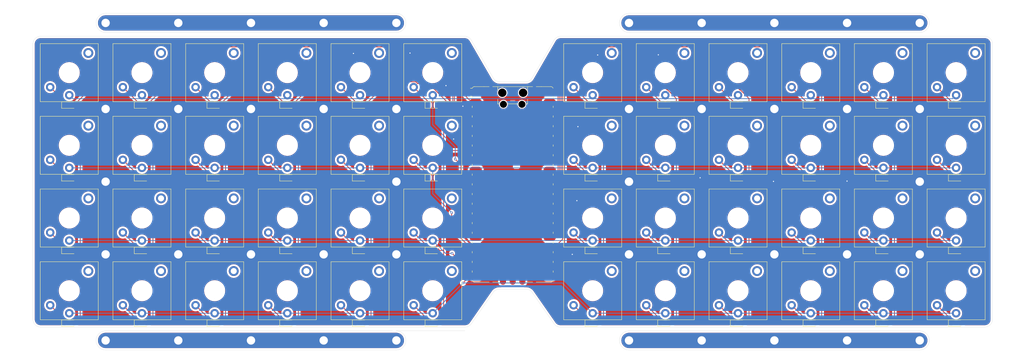
<source format=kicad_pcb>
(kicad_pcb (version 20241229) (generator "pcbnew") (generator_version "9.0")
  (layers (0 "F.Cu" signal) (2 "B.Cu" signal) (13 "F.Paste" user) (15 "B.Paste" user) (5 "F.SilkS" user "F.Silkscreen") (7 "B.SilkS" user "B.Silkscreen") (1 "F.Mask" user) (3 "B.Mask" user) (25 "Edge.Cuts" user))
  (net 0 "")
  (net 1 "Net-(D1-K)")
  (net 2 "Col1")
  (net 3 "Col2")
  (net 4 "Net-(D2-K)")
  (net 5 "Net-(D3-K)")
  (net 6 "Col3")
  (net 7 "Col4")
  (net 8 "Net-(D4-K)")
  (net 9 "Net-(D5-K)")
  (net 10 "Col5")
  (net 11 "Net-(D6-K)")
  (net 12 "Col6")
  (net 13 "Col7")
  (net 14 "Net-(D7-K)")
  (net 15 "Net-(D8-K)")
  (net 16 "Col8")
  (net 17 "Col9")
  (net 18 "Net-(D9-K)")
  (net 19 "Col10")
  (net 20 "Net-(D10-K)")
  (net 21 "Net-(D11-K)")
  (net 22 "Col11")
  (net 23 "Net-(D12-K)")
  (net 24 "Col12")
  (net 25 "Net-(D13-K)")
  (net 26 "Net-(D14-K)")
  (net 27 "Net-(D15-K)")
  (net 28 "Net-(D16-K)")
  (net 29 "Net-(D17-K)")
  (net 30 "Net-(D18-K)")
  (net 31 "Net-(D19-K)")
  (net 32 "Net-(D20-K)")
  (net 33 "Net-(D21-K)")
  (net 34 "Net-(D22-K)")
  (net 35 "Net-(D23-K)")
  (net 36 "Net-(D24-K)")
  (net 37 "Net-(D25-K)")
  (net 38 "Net-(D26-K)")
  (net 39 "Net-(D27-K)")
  (net 40 "Net-(D28-K)")
  (net 41 "Net-(D29-K)")
  (net 42 "Net-(D30-K)")
  (net 43 "Net-(D31-K)")
  (net 44 "Net-(D32-K)")
  (net 45 "Net-(D33-K)")
  (net 46 "Net-(D34-K)")
  (net 47 "Net-(D35-K)")
  (net 48 "Net-(D36-K)")
  (net 49 "Net-(D37-K)")
  (net 50 "Net-(D38-K)")
  (net 51 "Net-(D39-K)")
  (net 52 "Net-(D40-K)")
  (net 53 "Net-(D41-K)")
  (net 54 "Net-(D42-K)")
  (net 55 "Net-(D43-K)")
  (net 56 "Net-(D44-K)")
  (net 57 "Net-(D45-K)")
  (net 58 "Net-(D46-K)")
  (net 59 "Net-(D47-K)")
  (net 60 "Net-(D48-K)")
  (net 61 "Row1")
  (net 62 "Row2")
  (net 63 "Row3")
  (net 64 "Row4")
  (net 65 "GND")
  (footprint "PCM_Switch_Keyboard_Kailh:SW_Kailh_Choc_V2" (layer "F.Cu") (at 38.1 76.2 180)
    (property "Reference" "SW25" (hide yes))
    (property "Value" "SW_Push")
  )
  (footprint "MountingHole:MountingHole_2.2mm_M2_DIN965_Pad" (layer "F.Cu") (at 123.825 47.625)
    (property "Reference" "H2" (hide yes))
    (property "Value" "MountingHole_Pad")
  )
  (footprint "MountingHole:MountingHole_2.2mm_M2_DIN965_Pad" (layer "F.Cu") (at 260.985 66.675)
    (property "Reference" "H10" (hide yes))
    (property "Value" "MountingHole_Pad")
  )
  (footprint "PCM_Switch_Keyboard_Kailh:SW_Kailh_Choc_V2" (layer "F.Cu") (at 95.25 57.15 180)
    (property "Reference" "SW16" (hide yes))
    (property "Value" "SW_Push")
  )
  (footprint "Diode_SMD:D_SOD-323_HandSoldering" (layer "F.Cu") (at 175.26 84.7)
    (property "Reference" "D31" (hide yes))
    (property "Value" "1N4148WS")
  )
  (footprint "PCM_Switch_Keyboard_Kailh:SW_Kailh_Choc_V2" (layer "F.Cu") (at 114.3 38.1 180)
    (property "Reference" "SW5" (hide yes))
    (property "Value" "SW_Push")
  )
  (footprint "Diode_SMD:D_SOD-323_HandSoldering" (layer "F.Cu") (at 213.36 84.7)
    (property "Reference" "D33" (hide yes))
    (property "Value" "1N4148WS")
  )
  (footprint "PCM_Switch_Keyboard_Kailh:SW_Kailh_Choc_V2" (layer "F.Cu") (at 175.26 76.2 180)
    (property "Reference" "SW31" (hide yes))
    (property "Value" "SW_Push")
  )
  (footprint "PCM_Switch_Keyboard_Kailh:SW_Kailh_Choc_V2" (layer "F.Cu") (at 133.35 38.1 180)
    (property "Reference" "SW6" (hide yes))
    (property "Value" "SW_Push")
  )
  (footprint "Diode_SMD:D_SOD-323_HandSoldering" (layer "F.Cu") (at 76.2 84.7)
    (property "Reference" "D27" (hide yes))
    (property "Value" "1N4148WS")
  )
  (footprint "Diode_SMD:D_SOD-323_HandSoldering" (layer "F.Cu") (at 95.25 46.6)
    (property "Reference" "D4" (hide yes))
    (property "Value" "1N4148WS")
  )
  (footprint "PCM_Switch_Keyboard_Kailh:SW_Kailh_Choc_V2" (layer "F.Cu") (at 114.3 95.25 180)
    (property "Reference" "SW41" (hide yes))
    (property "Value" "SW_Push")
  )
  (footprint "MountingHole:MountingHole_2.2mm_M2_DIN965_Pad" (layer "F.Cu") (at 222.885 47.625)
    (property "Reference" "H20" (hide yes))
    (property "Value" "MountingHole_Pad")
  )
  (footprint "Diode_SMD:D_SOD-323_HandSoldering" (layer "F.Cu") (at 38.1 84.7)
    (property "Reference" "D25" (hide yes))
    (property "Value" "1N4148WS")
  )
  (footprint "PCM_Switch_Keyboard_Kailh:SW_Kailh_Choc_V2" (layer "F.Cu") (at 194.31 38.1 180)
    (property "Reference" "SW8" (hide yes))
    (property "Value" "SW_Push")
  )
  (footprint "Diode_SMD:D_SOD-323_HandSoldering" (layer "F.Cu") (at 57.15 65.65)
    (property "Reference" "D14" (hide yes))
    (property "Value" "1N4148WS")
  )
  (footprint "PCM_Switch_Keyboard_Kailh:SW_Kailh_Choc_V2" (layer "F.Cu") (at 232.41 95.25 180)
    (property "Reference" "SW46" (hide yes))
    (property "Value" "SW_Push")
  )
  (footprint "Diode_SMD:D_SOD-323_HandSoldering" (layer "F.Cu") (at 213.36 65.65)
    (property "Reference" "D21" (hide yes))
    (property "Value" "1N4148WS")
  )
  (footprint "PCM_Switch_Keyboard_Kailh:SW_Kailh_Choc_V2" (layer "F.Cu") (at 194.31 76.2 180)
    (property "Reference" "SW32" (hide yes))
    (property "Value" "SW_Push")
  )
  (footprint "Diode_SMD:D_SOD-323_HandSoldering" (layer "F.Cu") (at 232.41 103.75)
    (property "Reference" "D46" (hide yes))
    (property "Value" "1N4148WS")
  )
  (footprint "Diode_SMD:D_SOD-323_HandSoldering" (layer "F.Cu") (at 57.15 103.75)
    (property "Reference" "D38" (hide yes))
    (property "Value" "1N4148WS")
  )
  (footprint "PCM_Switch_Keyboard_Kailh:SW_Kailh_Choc_V2" (layer "F.Cu") (at 95.25 76.2 180)
    (property "Reference" "SW28" (hide yes))
    (property "Value" "SW_Push")
  )
  (footprint "Diode_SMD:D_SOD-323_HandSoldering" (layer "F.Cu") (at 194.31 65.65)
    (property "Reference" "D20" (hide yes))
    (property "Value" "1N4148WS")
  )
  (footprint "PCM_Switch_Keyboard_Kailh:SW_Kailh_Choc_V2" (layer "F.Cu") (at 232.41 38.1 180)
    (property "Reference" "SW10" (hide yes))
    (property "Value" "SW_Push")
  )
  (footprint "PCM_Switch_Keyboard_Kailh:SW_Kailh_Choc_V2" (layer "F.Cu") (at 251.46 76.2 180)
    (property "Reference" "SW35" (hide yes))
    (property "Value" "SW_Push")
  )
  (footprint "Diode_SMD:D_SOD-323_HandSoldering" (layer "F.Cu") (at 270.51 46.6)
    (property "Reference" "D12" (hide yes))
    (property "Value" "1N4148WS")
  )
  (footprint "MountingHole:MountingHole_2.2mm_M2_DIN965_Pad" (layer "F.Cu") (at 203.835 85.725)
    (property "Reference" "H22" (hide yes))
    (property "Value" "MountingHole_Pad")
  )
  (footprint "Diode_SMD:D_SOD-323_HandSoldering" (layer "F.Cu") (at 270.51 84.7)
    (property "Reference" "D36" (hide yes))
    (property "Value" "1N4148WS")
  )
  (footprint "MountingHole:MountingHole_2.2mm_M2_DIN965_Pad" (layer "F.Cu") (at 66.675 108.28)
    (property "Reference" "H36" (hide yes))
    (property "Value" "MountingHole_Pad")
  )
  (footprint "Diode_SMD:D_SOD-323_HandSoldering" (layer "F.Cu") (at 95.25 84.7)
    (property "Reference" "D28" (hide yes))
    (property "Value" "1N4148WS")
  )
  (footprint "PCM_Switch_Keyboard_Kailh:SW_Kailh_Choc_V2" (layer "F.Cu") (at 133.35 76.2 180)
    (property "Reference" "SW30" (hide yes))
    (property "Value" "SW_Push")
  )
  (footprint "Diode_SMD:D_SOD-323_HandSoldering" (layer "F.Cu") (at 175.26 65.65)
    (property "Reference" "D19" (hide yes))
    (property "Value" "1N4148WS")
  )
  (footprint "PCM_Switch_Keyboard_Kailh:SW_Kailh_Choc_V2" (layer "F.Cu") (at 76.2 95.25 180)
    (property "Reference" "SW39" (hide yes))
    (property "Value" "SW_Push")
  )
  (footprint "Diode_SMD:D_SOD-323_HandSoldering" (layer "F.Cu") (at 251.46 46.6)
    (property "Reference" "D11" (hide yes))
    (property "Value" "1N4148WS")
  )
  (footprint "Diode_SMD:D_SOD-323_HandSoldering" (layer "F.Cu") (at 175.26 103.75)
    (property "Reference" "D43" (hide yes))
    (property "Value" "1N4148WS")
  )
  (footprint "MountingHole:MountingHole_2.2mm_M2_DIN965_Pad" (layer "F.Cu") (at 241.935 47.625)
    (property "Reference" "H21" (hide yes))
    (property "Value" "MountingHole_Pad")
  )
  (footprint "Diode_SMD:D_SOD-323_HandSoldering" (layer "F.Cu") (at 114.3 103.75)
    (property "Reference" "D41" (hide yes))
    (property "Value" "1N4148WS")
  )
  (footprint "Diode_SMD:D_SOD-323_HandSoldering" (layer "F.Cu") (at 57.15 84.7)
    (property "Reference" "D26" (hide yes))
    (property "Value" "1N4148WS")
  )
  (footprint "Diode_SMD:D_SOD-323_HandSoldering" (layer "F.Cu") (at 95.25 103.75)
    (property "Reference" "D40" (hide yes))
    (property "Value" "1N4148WS")
  )
  (footprint "MountingHole:MountingHole_2.2mm_M2_DIN965_Pad" (layer "F.Cu") (at 66.675 25.075)
    (property "Reference" "H26" (hide yes))
    (property "Value" "MountingHole_Pad")
  )
  (footprint "MountingHole:MountingHole_2.2mm_M2_DIN965_Pad" (layer "F.Cu") (at 241.935 108.28)
    (property "Reference" "H43" (hide yes))
    (property "Value" "MountingHole_Pad")
  )
  (footprint "PCM_Switch_Keyboard_Kailh:SW_Kailh_Choc_V2" (layer "F.Cu") (at 76.2 76.2 180)
    (property "Reference" "SW27" (hide yes))
    (property "Value" "SW_Push")
  )
  (footprint "Diode_SMD:D_SOD-323_HandSoldering" (layer "F.Cu") (at 38.1 103.75)
    (property "Reference" "D37" (hide yes))
    (property "Value" "1N4148WS")
  )
  (footprint "MountingHole:MountingHole_2.2mm_M2_DIN965_Pad" (layer "F.Cu") (at 85.725 108.28)
    (property "Reference" "H37" (hide yes))
    (property "Value" "MountingHole_Pad")
  )
  (footprint "Diode_SMD:D_SOD-323_HandSoldering" (layer "F.Cu") (at 133.35 103.75)
    (property "Reference" "D42" (hide yes))
    (property "Value" "1N4148WS")
  )
  (footprint "MountingHole:MountingHole_2.2mm_M2_DIN965_Pad" (layer "F.Cu") (at 104.775 85.725)
    (property "Reference" "H18" (hide yes))
    (property "Value" "MountingHole_Pad")
  )
  (footprint "MountingHole:MountingHole_2.2mm_M2_DIN965_Pad" (layer "F.Cu") (at 184.785 66.675)
    (property "Reference" "H9" (hide yes))
    (property "Value" "MountingHole_Pad")
  )
  (footprint "PCM_Switch_Keyboard_Kailh:SW_Kailh_Choc_V2" (layer "F.Cu") (at 270.51 76.2 180)
    (property "Reference" "SW36" (hide yes))
    (property "Value" "SW_Push")
  )
  (footprint "PCM_Switch_Keyboard_Kailh:SW_Kailh_Choc_V2" (layer "F.Cu") (at 213.36 76.2 180)
    (property "Reference" "SW33" (hide yes))
    (property "Value" "SW_Push")
  )
  (footprint "MountingHole:MountingHole_2.2mm_M2_DIN965_Pad" (layer "F.Cu") (at 260.985 85.725)
    (property "Reference" "H12" (hide yes))
    (property "Value" "MountingHole_Pad")
  )
  (footprint "PCM_Switch_Keyboard_Kailh:SW_Kailh_Choc_V2" (layer "F.Cu") (at 95.25 38.1 180)
    (property "Reference" "SW4" (hide yes))
    (property "Value" "SW_Push")
  )
  (footprint "MountingHole:MountingHole_2.2mm_M2_DIN965_Pad" (layer "F.Cu") (at 47.625 66.675)
    (property "Reference" "H3" (hide yes))
    (property "Value" "MountingHole_Pad")
  )
  (footprint "PCM_Switch_Keyboard_Kailh:SW_Kailh_Choc_V2" (layer "F.Cu") (at 57.15 57.15 180)
    (property "Reference" "SW14" (hide yes))
    (property "Value" "SW_Push")
  )
  (footprint "MountingHole:MountingHole_2.2mm_M2_DIN965_Pad" (layer "F.Cu") (at 260.985 47.625)
    (property "Reference" "H8" (hide yes))
    (property "Value" "MountingHole_Pad")
  )
  (footprint "MountingHole:MountingHole_2.2mm_M2_DIN965_Pad" (layer "F.Cu") (at 184.785 108.28)
    (property "Reference" "H40" (hide yes))
    (property "Value" "MountingHole_Pad")
  )
  (footprint "MountingHole:MountingHole_2.2mm_M2_DIN965_Pad" (layer "F.Cu") (at 203.835 47.625)
    (property "Reference" "H19" (hide yes))
    (property "Value" "MountingHole_Pad")
  )
  (footprint "MountingHole:MountingHole_2.2mm_M2_DIN965_Pad" (layer "F.Cu") (at 47.625 108.28)
    (property "Reference" "H35" (hide yes))
    (property "Value" "MountingHole_Pad")
  )
  (footprint "PCM_Switch_Keyboard_Kailh:SW_Kailh_Choc_V2" (layer "F.Cu") (at 251.46 57.15 180)
    (property "Reference" "SW23" (hide yes))
    (property "Value" "SW_Push")
  )
  (footprint "PCM_Switch_Keyboard_Kailh:SW_Kailh_Choc_V2" (layer "F.Cu") (at 38.1 57.15 180)
    (property "Reference" "SW13" (hide yes))
    (property "Value" "SW_Push")
  )
  (footprint "Diode_SMD:D_SOD-323_HandSoldering" (layer "F.Cu") (at 175.26 46.6)
    (property "Reference" "D7" (hide yes))
    (property "Value" "1N4148WS")
  )
  (footprint "PCM_Switch_Keyboard_Kailh:SW_Kailh_Choc_V2" (layer "F.Cu") (at 251.46 38.1 180)
    (property "Reference" "SW11" (hide yes))
    (property "Value" "SW_Push")
  )
  (footprint "Diode_SMD:D_SOD-323_HandSoldering" (layer "F.Cu") (at 76.2 46.6)
    (property "Reference" "D3" (hide yes))
    (property "Value" "1N4148WS")
  )
  (footprint "MountingHole:MountingHole_2.2mm_M2_DIN965_Pad" (layer "F.Cu") (at 104.775 47.625)
    (property "Reference" "H15" (hide yes))
    (property "Value" "MountingHole_Pad")
  )
  (footprint "Diode_SMD:D_SOD-323_HandSoldering" (layer "F.Cu") (at 133.35 84.7)
    (property "Reference" "D30" (hide yes))
    (property "Value" "1N4148WS")
  )
  (footprint "PCM_Switch_Keyboard_Kailh:SW_Kailh_Choc_V2" (layer "F.Cu") (at 213.36 38.1 180)
    (property "Reference" "SW9" (hide yes))
    (property "Value" "SW_Push")
  )
  (footprint "MountingHole:MountingHole_2.2mm_M2_DIN965_Pad" (layer "F.Cu") (at 123.825 108.28)
    (property "Reference" "H39" (hide yes))
    (property "Value" "MountingHole_Pad")
  )
  (footprint "Diode_SMD:D_SOD-323_HandSoldering" (layer "F.Cu") (at 76.2 103.75)
    (property "Reference" "D39" (hide yes))
    (property "Value" "1N4148WS")
  )
  (footprint "MountingHole:MountingHole_2.2mm_M2_DIN965_Pad" (layer "F.Cu") (at 47.625 25.075)
    (property "Reference" "H25" (hide yes))
    (property "Value" "MountingHole_Pad")
  )
  (footprint "Diode_SMD:D_SOD-323_HandSoldering" (layer "F.Cu") (at 194.31 84.7)
    (property "Reference" "D32" (hide yes))
    (property "Value" "1N4148WS")
  )
  (footprint "MountingHole:MountingHole_2.2mm_M2_DIN965_Pad" (layer "F.Cu") (at 184.785 85.725)
    (property "Reference" "H11" (hide yes))
    (property "Value" "MountingHole_Pad")
  )
  (footprint "Diode_SMD:D_SOD-323_HandSoldering" (layer "F.Cu") (at 38.1 65.65)
    (property "Reference" "D13" (hide yes))
    (property "Value" "1N4148WS")
  )
  (footprint "Diode_SMD:D_SOD-323_HandSoldering" (layer "F.Cu") (at 251.46 65.65)
    (property "Reference" "D23" (hide yes))
    (property "Value" "1N4148WS")
  )
  (footprint "MountingHole:MountingHole_2.2mm_M2_DIN965_Pad" (layer "F.Cu") (at 222.885 85.725)
    (property "Reference" "H23" (hide yes))
    (property "Value" "MountingHole_Pad")
  )
  (footprint "PCM_Switch_Keyboard_Kailh:SW_Kailh_Choc_V2" (layer "F.Cu") (at 270.51 38.1 180)
    (property "Reference" "SW12" (hide yes))
    (property "Value" "SW_Push")
  )
  (footprint "PCM_Switch_Keyboard_Kailh:SW_Kailh_Choc_V2" (layer "F.Cu") (at 76.2 38.1 180)
    (property "Reference" "SW3" (hide yes))
    (property "Value" "SW_Push")
  )
  (footprint "MountingHole:MountingHole_2.2mm_M2_DIN965_Pad" (layer "F.Cu") (at 123.825 25.075)
    (property "Reference" "H29" (hide yes))
    (property "Value" "MountingHole_Pad")
  )
  (footprint "MountingHole:MountingHole_2.2mm_M2_DIN965_Pad" (layer "F.Cu") (at 184.785 47.625)
    (property "Reference" "H7" (hide yes))
    (property "Value" "MountingHole_Pad")
  )
  (footprint "PCM_Switch_Keyboard_Kailh:SW_Kailh_Choc_V2" (layer "F.Cu") (at 114.3 57.15 180)
    (property "Reference" "SW17" (hide yes))
    (property "Value" "SW_Push")
  )
  (footprint "Diode_SMD:D_SOD-323_HandSoldering" (layer "F.Cu") (at 270.51 65.65)
    (property "Reference" "D24" (hide yes))
    (property "Value" "1N4148WS")
  )
  (footprint "MountingHole:MountingHole_2.2mm_M2_DIN965_Pad" (layer "F.Cu") (at 241.935 25.08)
    (property "Reference" "H33" (hide yes))
    (property "Value" "MountingHole_Pad")
  )
  (footprint "PCM_Switch_Keyboard_Kailh:SW_Kailh_Choc_V2" (layer "F.Cu") (at 213.36 57.15 180)
    (property "Reference" "SW21" (hide yes))
    (property "Value" "SW_Push")
  )
  (footprint "Diode_SMD:D_SOD-323_HandSoldering" (layer "F.Cu") (at 114.3 65.65)
    (property "Reference" "D17" (hide yes))
    (property "Value" "1N4148WS")
  )
  (footprint "Diode_SMD:D_SOD-323_HandSoldering" (layer "F.Cu") (at 213.36 46.6)
    (property "Reference" "D9" (hide yes))
    (property "Value" "1N4148WS")
  )
  (footprint "Diode_SMD:D_SOD-323_HandSoldering" (layer "F.Cu") (at 38.1 46.6)
    (property "Reference" "D1" (hide yes))
    (property "Value" "1N4148WS")
  )
  (footprint "PCM_Switch_Keyboard_Kailh:SW_Kailh_Choc_V2" (layer "F.Cu") (at 270.51 95.25 180)
    (property "Reference" "SW48" (hide yes))
    (property "Value" "SW_Push")
  )
  (footprint "Module:RaspberryPi_Pico_SMD_HandSolder" (layer "F.Cu") (at 154.305 67.375)
    (property "Reference" "A1" (hide yes))
    (property "Value" "RaspberryPi_Pico")
  )
  (footprint "PCM_Switch_Keyboard_Kailh:SW_Kailh_Choc_V2" (layer "F.Cu") (at 38.1 38.1 180)
    (property "Reference" "SW1" (hide yes))
    (property "Value" "SW_Push")
  )
  (footprint "PCM_Switch_Keyboard_Kailh:SW_Kailh_Choc_V2" (layer "F.Cu") (at 175.26 57.15 180)
    (property "Reference" "SW19" (hide yes))
    (property "Value" "SW_Push")
  )
  (footprint "PCM_Switch_Keyboard_Kailh:SW_Kailh_Choc_V2" (layer "F.Cu") (at 95.25 95.25 180)
    (property "Reference" "SW40" (hide yes))
    (property "Value" "SW_Push")
  )
  (footprint "MountingHole:MountingHole_2.2mm_M2_DIN965_Pad" (layer "F.Cu") (at 222.885 108.28)
    (property "Reference" "H42" (hide yes))
    (property "Value" "MountingHole_Pad")
  )
  (footprint "Diode_SMD:D_SOD-323_HandSoldering" (layer "F.Cu") (at 232.41 84.7)
    (property "Reference" "D34" (hide yes))
    (property "Value" "1N4148WS")
  )
  (footprint "PCM_Switch_Keyboard_Kailh:SW_Kailh_Choc_V2" (layer "F.Cu") (at 38.1 95.25 180)
    (property "Reference" "SW37" (hide yes))
    (property "Value" "SW_Push")
  )
  (footprint "PCM_Switch_Keyboard_Kailh:SW_Kailh_Choc_V2" (layer "F.Cu") (at 251.46 95.25 180)
    (property "Reference" "SW47" (hide yes))
    (property "Value" "SW_Push")
  )
  (footprint "MountingHole:MountingHole_2.2mm_M2_DIN965_Pad" (layer "F.Cu") (at 260.985 108.28)
    (property "Reference" "H44" (hide yes))
    (property "Value" "MountingHole_Pad")
  )
  (footprint "PCM_Switch_Keyboard_Kailh:SW_Kailh_Choc_V2" (layer "F.Cu") (at 133.35 57.15 180)
    (property "Reference" "SW18" (hide yes))
    (property "Value" "SW_Push")
  )
  (footprint "Diode_SMD:D_SOD-323_HandSoldering" (layer "F.Cu") (at 213.36 103.75)
    (property "Reference" "D45" (hide yes))
    (property "Value" "1N4148WS")
  )
  (footprint "Diode_SMD:D_SOD-323_HandSoldering" (layer "F.Cu") (at 133.35 46.6)
    (property "Reference" "D6" (hide yes))
    (property "Value" "1N4148WS")
  )
  (footprint "PCM_Switch_Keyboard_Kailh:SW_Kailh_Choc_V2" (layer "F.Cu") (at 57.15 38.1 180)
    (property "Reference" "SW2" (hide yes))
    (property "Value" "SW_Push")
  )
  (footprint "Diode_SMD:D_SOD-323_HandSoldering" (layer "F.Cu") (at 232.41 65.65)
    (property "Reference" "D22" (hide yes))
    (property "Value" "1N4148WS")
  )
  (footprint "PCM_Switch_Keyboard_Kailh:SW_Kailh_Choc_V2" (layer "F.Cu") (at 175.26 38.1 180)
    (property "Reference" "SW7" (hide yes))
    (property "Value" "SW_Push")
  )
  (footprint "Diode_SMD:D_SOD-323_HandSoldering" (layer "F.Cu") (at 270.51 103.75)
    (property "Reference" "D48" (hide yes))
    (property "Value" "1N4148WS")
  )
  (footprint "MountingHole:MountingHole_2.2mm_M2_DIN965_Pad" (layer "F.Cu") (at 104.775 108.28)
    (property "Reference" "H38" (hide yes))
    (property "Value" "MountingHole_Pad")
  )
  (footprint "PCM_Switch_Keyboard_Kailh:SW_Kailh_Choc_V2" (layer "F.Cu") (at 57.15 76.2 180)
    (property "Reference" "SW26" (hide yes))
    (property "Value" "SW_Push")
  )
  (footprint "Diode_SMD:D_SOD-323_HandSoldering" (layer "F.Cu") (at 114.3 84.7)
    (property "Reference" "D29" (hide yes))
    (property "Value" "1N4148WS")
  )
  (footprint "MountingHole:MountingHole_2.2mm_M2_DIN965_Pad" (layer "F.Cu") (at 66.675 47.625)
    (property "Reference" "H13" (hide yes))
    (property "Value" "MountingHole_Pad")
  )
  (footprint "PCM_Switch_Keyboard_Kailh:SW_Kailh_Choc_V2" (layer "F.Cu") (at 194.31 57.15 180)
    (property "Reference" "SW20" (hide yes))
    (property "Value" "SW_Push")
  )
  (footprint "Diode_SMD:D_SOD-323_HandSoldering" (layer "F.Cu") (at 57.15 46.6)
    (property "Reference" "D2" (hide yes))
    (property "Value" "1N4148WS")
  )
  (footprint "MountingHole:MountingHole_2.2mm_M2_DIN965_Pad" (layer "F.Cu") (at 123.825 66.675)
    (property "Reference" "H4" (hide yes))
    (property "Value" "MountingHole_Pad")
  )
  (footprint "PCM_Switch_Keyboard_Kailh:SW_Kailh_Choc_V2" (layer "F.Cu") (at 270.51 57.15 180)
    (property "Reference" "SW24" (hide yes))
    (property "Value" "SW_Push")
  )
  (footprint "Diode_SMD:D_SOD-323_HandSoldering" (layer "F.Cu") (at 114.3 46.6)
    (property "Reference" "D5" (hide yes))
    (property "Value" "1N4148WS")
  )
  (footprint "Diode_SMD:D_SOD-323_HandSoldering" (layer "F.Cu") (at 232.41 46.6)
    (property "Reference" "D10" (hide yes))
    (property "Value" "1N4148WS")
  )
  (footprint "Diode_SMD:D_SOD-323_HandSoldering" (layer "F.Cu") (at 251.46 103.75)
    (property "Reference" "D47" (hide yes))
    (property "Value" "1N4148WS")
  )
  (footprint "MountingHole:MountingHole_2.2mm_M2_DIN965_Pad" (layer "F.Cu") (at 260.985 25.08)
    (property "Reference" "H34" (hide yes))
    (property "Value" "MountingHole_Pad")
  )
  (footprint "Diode_SMD:D_SOD-323_HandSoldering" (layer "F.Cu") (at 76.2 65.65)
    (property "Reference" "D15" (hide yes))
    (property "Value" "1N4148WS")
  )
  (footprint "Diode_SMD:D_SOD-323_HandSoldering" (layer "F.Cu") (at 194.31 103.75)
    (property "Reference" "D44" (hide yes))
    (property "Value" "1N4148WS")
  )
  (footprint "MountingHole:MountingHole_2.2mm_M2_DIN965_Pad" (layer "F.Cu") (at 104.775 25.075)
    (property "Reference" "H28" (hide yes))
    (property "Value" "MountingHole_Pad")
  )
  (footprint "PCM_Switch_Keyboard_Kailh:SW_Kailh_Choc_V2" (layer "F.Cu") (at 76.2 57.15 180)
    (property "Reference" "SW15" (hide yes))
    (property "Value" "SW_Push")
  )
  (footprint "PCM_Switch_Keyboard_Kailh:SW_Kailh_Choc_V2" (layer "F.Cu") (at 232.41 57.15 180)
    (property "Reference" "SW22" (hide yes))
    (property "Value" "SW_Push")
  )
  (footprint "Diode_SMD:D_SOD-323_HandSoldering" (layer "F.Cu") (at 95.25 65.65)
    (property "Reference" "D16" (hide yes))
    (property "Value" "1N4148WS")
  )
  (footprint "MountingHole:MountingHole_2.2mm_M2_DIN965_Pad" (layer "F.Cu") (at 47.625 47.625)
    (property "Reference" "H1" (hide yes))
    (property "Value" "MountingHole_Pad")
  )
  (footprint "Diode_SMD:D_SOD-323_HandSoldering" (layer "F.Cu") (at 251.46 84.7)
    (property "Reference" "D35" (hide yes))
    (property "Value" "1N4148WS")
  )
  (footprint "PCM_Switch_Keyboard_Kailh:SW_Kailh_Choc_V2" (layer "F.Cu") (at 175.26 95.25 180)
    (property "Reference" "SW43" (hide yes))
    (property "Value" "SW_Push")
  )
  (footprint "MountingHole:MountingHole_2.2mm_M2_DIN965_Pad" (layer "F.Cu") (at 222.885 25.08)
    (property "Reference" "H32" (hide yes))
    (property "Value" "MountingHole_Pad")
  )
  (footprint "MountingHole:MountingHole_2.2mm_M2_DIN965_Pad" (layer "F.Cu") (at 85.725 47.625)
    (property "Reference" "H14" (hide yes))
    (property "Value" "MountingHole_Pad")
  )
  (footprint "PCM_Switch_Keyboard_Kailh:SW_Kailh_Choc_V2" (layer "F.Cu") (at 232.41 76.2 180)
    (property "Reference" "SW34" (hide yes))
    (property "Value" "SW_Push")
  )
  (footprint "MountingHole:MountingHole_2.2mm_M2_DIN965_Pad" (layer "F.Cu") (at 85.725 85.725)
    (property "Reference" "H17" (hide yes))
    (property "Value" "MountingHole_Pad")
  )
  (footprint "MountingHole:MountingHole_2.2mm_M2_DIN965_Pad" (layer "F.Cu") (at 184.785 25.08)
    (property "Reference" "H30" (hide yes))
    (property "Value" "MountingHole_Pad")
  )
  (footprint "MountingHole:MountingHole_2.2mm_M2_DIN965_Pad" (layer "F.Cu") (at 47.625 85.725)
    (property "Reference" "H5" (hide yes))
    (property "Value" "MountingHole_Pad")
  )
  (footprint "MountingHole:MountingHole_2.2mm_M2_DIN965_Pad" (layer "F.Cu") (at 241.935 85.725)
    (property "Reference" "H24" (hide yes))
    (property "Value" "MountingHole_Pad")
  )
  (footprint "MountingHole:MountingHole_2.2mm_M2_DIN965_Pad" (layer "F.Cu") (at 66.675 85.725)
    (property "Reference" "H16" (hide yes))
    (property "Value" "MountingHole_Pad")
  )
  (footprint "MountingHole:MountingHole_2.2mm_M2_DIN965_Pad" (layer "F.Cu") (at 203.835 25.08)
    (property "Reference" "H31" (hide yes))
    (property "Value" "MountingHole_Pad")
  )
  (footprint "Diode_SMD:D_SOD-323_HandSoldering" (layer "F.Cu") (at 133.35 65.65)
    (property "Reference" "D18" (hide yes))
    (property "Value" "1N4148WS")
  )
  (footprint "MountingHole:MountingHole_2.2mm_M2_DIN965_Pad" (layer "F.Cu") (at 85.725 25.075)
    (property "Reference" "H27" (hide yes))
    (property "Value" "MountingHole_Pad")
  )
  (footprint "Diode_SMD:D_SOD-323_HandSoldering" (layer "F.Cu") (at 194.31 46.6)
    (property "Reference" "D8" (hide yes))
    (property "Value" "1N4148WS")
  )
  (footprint "PCM_Switch_Keyboard_Kailh:SW_Kailh_Choc_V2" (layer "F.Cu") (at 57.15 95.25 180)
    (property "Reference" "SW38" (hide yes))
    (property "Value" "SW_Push")
  )
  (footprint "PCM_Switch_Keyboard_Kailh:SW_Kailh_Choc_V2" (layer "F.Cu") (at 114.3 76.2 180)
    (property "Reference" "SW29" (hide yes))
    (property "Value" "SW_Push")
  )
  (footprint "MountingHole:MountingHole_2.2mm_M2_DIN965_Pad" (layer "F.Cu") (at 123.825 85.725)
    (property "Reference" "H6" (hide yes))
    (property "Value" "MountingHole_Pad")
  )
  (footprint "PCM_Switch_Keyboard_Kailh:SW_Kailh_Choc_V2" (layer "F.Cu") (at 194.31 95.25 180)
    (property "Reference" "SW44" (hide yes))
    (property "Value" "SW_Push")
  )
  (footprint "PCM_Switch_Keyboard_Kailh:SW_Kailh_Choc_V2" (layer "F.Cu") (at 133.35 95.25 180)
    (property "Reference" "SW42" (hide yes))
    (property "Value" "SW_Push")
  )
  (footprint "MountingHole:MountingHole_2.2mm_M2_DIN965_Pad" (layer "F.Cu") (at 203.835 108.28)
    (property "Reference" "H41" (hide yes))
    (property "Value" "MountingHole_Pad")
  )
  (footprint "PCM_Switch_Keyboard_Kailh:SW_Kailh_Choc_V2" (layer "F.Cu") (at 213.36 95.25 180)
    (property "Reference" "SW45" (hide yes))
    (property "Value" "SW_Push")
  )
  (gr_line (start 143.471858 103.918115) (end 149.208142 95.68276) (stroke (width 0.05)) (layer "Edge.Cuts"))
  (gr_line (start 28.575 102.775) (end 28.575 30.575) (stroke (width 0.05)) (layer "Edge.Cuts"))
  (gr_arc (start 278.035 28.575) (mid 279.449214 29.160786) (end 280.035 30.575) (stroke (width 0.05)) (layer "Edge.Cuts"))
  (gr_arc (start 47.625 110.78) (mid 45.857233 110.047767) (end 45.125 108.28) (stroke (width 0.05)) (layer "Edge.Cuts"))
  (gr_arc (start 143.471858 103.918115) (mid 142.756417 104.547896) (end 141.830734 104.775) (stroke (width 0.05)) (layer "Edge.Cuts"))
  (gr_arc (start 263.485 108.28) (mid 262.752767 110.047767) (end 260.985 110.78) (stroke (width 0.05)) (layer "Edge.Cuts"))
  (gr_arc (start 159.382997 39.527508) (mid 158.651211 40.257152) (end 157.652904 40.524125) (stroke (width 0.05)) (layer "Edge.Cuts"))
  (gr_arc (start 260.985 105.78) (mid 262.752767 106.512233) (end 263.485 108.28) (stroke (width 0.05)) (layer "Edge.Cuts"))
  (gr_line (start 85.725 105.78) (end 122.825 105.78) (stroke (width 0.05)) (layer "Edge.Cuts"))
  (gr_arc (start 47.625 27.575) (mid 45.857233 26.842767) (end 45.125 25.075) (stroke (width 0.05)) (layer "Edge.Cuts"))
  (gr_arc (start 150.957096 40.524125) (mid 149.958787 40.257153) (end 149.227003 39.527508) (stroke (width 0.05)) (layer "Edge.Cuts"))
  (gr_arc (start 123.825 105.78) (mid 125.592767 106.512233) (end 126.325 108.28) (stroke (width 0.05)) (layer "Edge.Cuts"))
  (gr_arc (start 30.575 104.775) (mid 29.160786 104.189214) (end 28.575 102.775) (stroke (width 0.05)) (layer "Edge.Cuts"))
  (gr_line (start 149.227003 39.527508) (end 143.452997 29.571617) (stroke (width 0.05)) (layer "Edge.Cuts"))
  (gr_line (start 165.157003 29.571617) (end 159.382997 39.527508) (stroke (width 0.05)) (layer "Edge.Cuts"))
  (gr_arc (start 141.722904 28.575) (mid 142.721211 28.841973) (end 143.452997 29.571617) (stroke (width 0.05)) (layer "Edge.Cuts"))
  (gr_arc (start 280.035 102.775) (mid 279.449214 104.189214) (end 278.035 104.775) (stroke (width 0.05)) (layer "Edge.Cuts"))
  (gr_line (start 123.825 27.575) (end 47.625 27.575) (stroke (width 0.05)) (layer "Edge.Cuts"))
  (gr_line (start 159.401858 95.68276) (end 165.138142 103.918115) (stroke (width 0.05)) (layer "Edge.Cuts"))
  (gr_arc (start 149.208142 95.68276) (mid 149.923585 95.052992) (end 150.849266 94.825875) (stroke (width 0.05)) (layer "Edge.Cuts"))
  (gr_arc (start 126.325 25.075) (mid 125.592767 26.842767) (end 123.825 27.575) (stroke (width 0.05)) (layer "Edge.Cuts"))
  (gr_line (start 166.887096 28.575) (end 278.035 28.575) (stroke (width 0.05)) (layer "Edge.Cuts"))
  (gr_arc (start 123.825 22.575) (mid 125.592767 23.307233) (end 126.325 25.075) (stroke (width 0.05)) (layer "Edge.Cuts"))
  (gr_arc (start 126.325 108.28) (mid 125.592767 110.047767) (end 123.825 110.78) (stroke (width 0.05)) (layer "Edge.Cuts"))
  (gr_arc (start 45.125 25.075) (mid 45.857233 23.307233) (end 47.625 22.575) (stroke (width 0.05)) (layer "Edge.Cuts"))
  (gr_arc (start 184.785 27.58) (mid 183.017233 26.847767) (end 182.285 25.08) (stroke (width 0.05)) (layer "Edge.Cuts"))
  (gr_arc (start 45.125 108.28) (mid 45.857233 106.512233) (end 47.625 105.78) (stroke (width 0.05)) (layer "Edge.Cuts"))
  (gr_arc (start 184.785 110.78) (mid 183.017233 110.047767) (end 182.285 108.28) (stroke (width 0.05)) (layer "Edge.Cuts"))
  (gr_line (start 123.825 105.78) (end 141.830734 105.78) (stroke (width 0.05)) (layer "Edge.Cuts"))
  (gr_line (start 184.785 105.78) (end 260.985 105.78) (stroke (width 0.05)) (layer "Edge.Cuts"))
  (gr_line (start 123.825 110.78) (end 47.625 110.78) (stroke (width 0.05)) (layer "Edge.Cuts"))
  (gr_line (start 260.985 110.78) (end 184.785 110.78) (stroke (width 0.05)) (layer "Edge.Cuts"))
  (gr_line (start 30.575 28.575) (end 141.722904 28.575) (stroke (width 0.05)) (layer "Edge.Cuts"))
  (gr_line (start 141.830734 104.774987) (end 30.575 104.775) (stroke (width 0.05)) (layer "Edge.Cuts"))
  (gr_arc (start 182.285 108.28) (mid 183.017233 106.512233) (end 184.785 105.78) (stroke (width 0.05)) (layer "Edge.Cuts"))
  (gr_line (start 280.035 30.575) (end 280.035 102.775) (stroke (width 0.05)) (layer "Edge.Cuts"))
  (gr_arc (start 166.779266 104.775) (mid 165.853595 104.547871) (end 165.138142 103.918115) (stroke (width 0.05)) (layer "Edge.Cuts"))
  (gr_line (start 150.957096 40.524125) (end 157.652904 40.524125) (stroke (width 0.05)) (layer "Edge.Cuts"))
  (gr_arc (start 28.575 30.575) (mid 29.160786 29.160786) (end 30.575 28.575) (stroke (width 0.05)) (layer "Edge.Cuts"))
  (gr_line (start 47.625 105.78) (end 85.725 105.78) (stroke (width 0.05)) (layer "Edge.Cuts"))
  (gr_arc (start 263.485 25.08) (mid 262.752767 26.847767) (end 260.985 27.58) (stroke (width 0.05)) (layer "Edge.Cuts"))
  (gr_line (start 157.760734 94.825875) (end 150.849266 94.825875) (stroke (width 0.05)) (layer "Edge.Cuts"))
  (gr_line (start 278.035 104.775) (end 166.779266 104.775) (stroke (width 0.05)) (layer "Edge.Cuts"))
  (gr_arc (start 182.285 25.08) (mid 183.017233 23.312233) (end 184.785 22.58) (stroke (width 0.05)) (layer "Edge.Cuts"))
  (gr_arc (start 157.760734 94.825875) (mid 158.686407 95.053002) (end 159.401858 95.68276) (stroke (width 0.05)) (layer "Edge.Cuts"))
  (gr_line (start 184.785 22.58) (end 260.985 22.58) (stroke (width 0.05)) (layer "Edge.Cuts"))
  (gr_arc (start 165.157003 29.571617) (mid 165.888789 28.841973) (end 166.887096 28.575) (stroke (width 0.05)) (layer "Edge.Cuts"))
  (gr_arc (start 260.985 22.58) (mid 262.752767 23.312233) (end 263.485 25.08) (stroke (width 0.05)) (layer "Edge.Cuts"))
  (gr_line (start 260.985 27.58) (end 184.785 27.58) (stroke (width 0.05)) (layer "Edge.Cuts"))
  (gr_line (start 47.625 22.575) (end 123.825 22.575) (stroke (width 0.05)) (layer "Edge.Cuts"))
  (segment (start 36.85 46.6) (end 36.85 45.65) (width 0.2) (layer "F.Cu") (net 1))
  (segment (start 36.85 45.65) (end 33.1 41.9) (width 0.2) (layer "F.Cu") (net 1))
  (segment (start 40.976 84.7) (end 40.976 102.124) (width 0.2) (layer "F.Cu") (net 2))
  (segment (start 55.002 30.948) (end 39.35 46.6) (width 0.2) (layer "F.Cu") (net 2))
  (segment (start 40.976 102.124) (end 39.35 103.75) (width 0.2) (layer "F.Cu") (net 2))
  (segment (start 144.615 42.765) (end 132.798 30.948) (width 0.2) (layer "F.Cu") (net 2))
  (segment (start 40.976 48.226) (end 40.976 65.65) (width 0.2) (layer "F.Cu") (net 2))
  (segment (start 144.615 43.245) (end 144.615 42.765) (width 0.2) (layer "F.Cu") (net 2))
  (segment (start 40.976 65.65) (end 40.976 84.7) (width 0.2) (layer "F.Cu") (net 2))
  (segment (start 39.35 46.6) (end 40.976 48.226) (width 0.2) (layer "F.Cu") (net 2))
  (segment (start 132.798 30.948) (end 55.002 30.948) (width 0.2) (layer "F.Cu") (net 2))
  (segment (start 39.35 65.65) (end 40.976 65.65) (width 0.2) (layer "F.Cu") (net 2))
  (segment (start 39.35 84.7) (end 40.976 84.7) (width 0.2) (layer "F.Cu") (net 2))
  (segment (start 60.026 48.226) (end 60.026 65.65) (width 0.2) (layer "F.Cu") (net 3))
  (segment (start 60.026 102.124) (end 58.4 103.75) (width 0.2) (layer "F.Cu") (net 3))
  (segment (start 73.651 31.349) (end 58.4 46.6) (width 0.2) (layer "F.Cu") (net 3))
  (segment (start 60.026 65.65) (end 60.026 84.7) (width 0.2) (layer "F.Cu") (net 3))
  (segment (start 139.428 38.976522) (end 131.800478 31.349) (width 0.2) (layer "F.Cu") (net 3))
  (segment (start 58.4 65.65) (end 60.026 65.65) (width 0.2) (layer "F.Cu") (net 3))
  (segment (start 58.4 46.6) (end 60.026 48.226) (width 0.2) (layer "F.Cu") (net 3))
  (segment (start 143.495 45.785) (end 139.428 41.718) (width 0.2) (layer "F.Cu") (net 3))
  (segment (start 58.4 84.7) (end 60.026 84.7) (width 0.2) (layer "F.Cu") (net 3))
  (segment (start 139.428 41.718) (end 139.428 38.976522) (width 0.2) (layer "F.Cu") (net 3))
  (segment (start 60.026 84.7) (end 60.026 102.124) (width 0.2) (layer "F.Cu") (net 3))
  (segment (start 144.615 45.785) (end 143.495 45.785) (width 0.2) (layer "F.Cu") (net 3))
  (segment (start 131.800478 31.349) (end 73.651 31.349) (width 0.2) (layer "F.Cu") (net 3))
  (segment (start 55.9 46.6) (end 55.9 45.65) (width 0.2) (layer "F.Cu") (net 4))
  (segment (start 55.9 45.65) (end 52.15 41.9) (width 0.2) (layer "F.Cu") (net 4))
  (segment (start 74.95 45.65) (end 71.2 41.9) (width 0.2) (layer "F.Cu") (net 5))
  (segment (start 74.95 46.6) (end 74.95 45.65) (width 0.2) (layer "F.Cu") (net 5))
  (segment (start 144.615 50.865) (end 143.19 50.865) (width 0.2) (layer "F.Cu") (net 6))
  (segment (start 79.076 102.124) (end 77.45 103.75) (width 0.2) (layer "F.Cu") (net 6))
  (segment (start 79.076 48.226) (end 79.076 65.65) (width 0.2) (layer "F.Cu") (net 6))
  (segment (start 79.076 84.7) (end 79.076 102.124) (width 0.2) (layer "F.Cu") (net 6))
  (segment (start 139.027 39.142622) (end 134.707378 34.823) (width 0.2) (layer "F.Cu") (net 6))
  (segment (start 77.45 46.6) (end 79.076 48.226) (width 0.2) (layer "F.Cu") (net 6))
  (segment (start 134.707378 34.823) (end 89.227 34.823) (width 0.2) (layer "F.Cu") (net 6))
  (segment (start 139.027 46.702) (end 139.027 39.142622) (width 0.2) (layer "F.Cu") (net 6))
  (segment (start 143.19 50.865) (end 139.027 46.702) (width 0.2) (layer "F.Cu") (net 6))
  (segment (start 89.227 34.823) (end 77.45 46.6) (width 0.2) (layer "F.Cu") (net 6))
  (segment (start 77.45 84.7) (end 79.076 84.7) (width 0.2) (layer "F.Cu") (net 6))
  (segment (start 79.076 65.65) (end 79.076 84.7) (width 0.2) (layer "F.Cu") (net 6))
  (segment (start 77.45 65.65) (end 79.076 65.65) (width 0.2) (layer "F.Cu") (net 6))
  (segment (start 96.5 46.6) (end 98.126 48.226) (width 0.2) (layer "F.Cu") (net 7))
  (segment (start 98.126 48.226) (end 98.126 65.65) (width 0.2) (layer "F.Cu") (net 7))
  (segment (start 96.5 84.7) (end 98.126 84.7) (width 0.2) (layer "F.Cu") (net 7))
  (segment (start 134.541278 35.224) (end 107.876 35.224) (width 0.2) (layer "F.Cu") (net 7))
  (segment (start 138.626 48.601) (end 138.626 39.308722) (width 0.2) (layer "F.Cu") (net 7))
  (segment (start 98.126 65.65) (end 98.126 84.7) (width 0.2) (layer "F.Cu") (net 7))
  (segment (start 98.126 102.124) (end 96.5 103.75) (width 0.2) (layer "F.Cu") (net 7))
  (segment (start 138.626 39.308722) (end 134.541278 35.224) (width 0.2) (layer "F.Cu") (net 7))
  (segment (start 96.5 65.65) (end 98.126 65.65) (width 0.2) (layer "F.Cu") (net 7))
  (segment (start 144.615 53.405) (end 143.43 53.405) (width 0.2) (layer "F.Cu") (net 7))
  (segment (start 107.876 35.224) (end 96.5 46.6) (width 0.2) (layer "F.Cu") (net 7))
  (segment (start 98.126 84.7) (end 98.126 102.124) (width 0.2) (layer "F.Cu") (net 7))
  (segment (start 143.43 53.405) (end 138.626 48.601) (width 0.2) (layer "F.Cu") (net 7))
  (segment (start 94 46.6) (end 94 45.65) (width 0.2) (layer "F.Cu") (net 8))
  (segment (start 94 45.65) (end 90.25 41.9) (width 0.2) (layer "F.Cu") (net 8))
  (segment (start 113.05 46.6) (end 113.05 45.65) (width 0.2) (layer "F.Cu") (net 9))
  (segment (start 113.05 45.65) (end 109.3 41.9) (width 0.2) (layer "F.Cu") (net 9))
  (segment (start 132.307314 40.976) (end 129.407314 40.976) (width 0.2) (layer "F.Cu") (net 10))
  (segment (start 144.615 55.945) (end 142.845 55.945) (width 0.2) (layer "F.Cu") (net 10))
  (segment (start 142.845 55.945) (end 141.875 54.975) (width 0.2) (layer "F.Cu") (net 10))
  (segment (start 115.55 84.7) (end 117.176 84.7) (width 0.2) (layer "F.Cu") (net 10))
  (segment (start 117.176 48.226) (end 115.55 46.6) (width 0.2) (layer "F.Cu") (net 10))
  (segment (start 141.875 52.5) (end 138.225 48.85) (width 0.2) (layer "F.Cu") (net 10))
  (segment (start 128.930314 40.499) (end 121.651 40.499) (width 0.2) (layer "F.Cu") (net 10))
  (segment (start 115.55 65.65) (end 117.176 65.65) (width 0.2) (layer "F.Cu") (net 10))
  (segment (start 129.407314 40.976) (end 128.930314 40.499) (width 0.2) (layer "F.Cu") (net 10))
  (segment (start 138.225 48.85) (end 138.225 46.893686) (width 0.2) (layer "F.Cu") (net 10))
  (segment (start 138.225 46.893686) (end 132.307314 40.976) (width 0.2) (layer "F.Cu") (net 10))
  (segment (start 115.55 103.75) (end 117.176 102.124) (width 0.2) (layer "F.Cu") (net 10))
  (segment (start 117.176 102.124) (end 117.176 84.7) (width 0.2) (layer "F.Cu") (net 10))
  (segment (start 117.176 84.7) (end 117.176 65.65) (width 0.2) (layer "F.Cu") (net 10))
  (segment (start 121.651 40.499) (end 115.55 46.6) (width 0.2) (layer "F.Cu") (net 10))
  (segment (start 117.176 65.65) (end 117.176 48.226) (width 0.2) (layer "F.Cu") (net 10))
  (segment (start 141.875 54.975) (end 141.875 52.5) (width 0.2) (layer "F.Cu") (net 10))
  (segment (start 132.1 45.65) (end 128.35 41.9) (width 0.2) (layer "F.Cu") (net 11))
  (segment (start 132.1 46.6) (end 132.1 45.65) (width 0.2) (layer "F.Cu") (net 11))
  (segment (start 134.6 103.75) (end 136.226 102.124) (width 0.2) (layer "F.Cu") (net 12))
  (segment (start 136.226 102.124) (end 136.226 84.7) (width 0.2) (layer "F.Cu") (net 12))
  (segment (start 136.226 65.65) (end 136.226 57.9) (width 0.2) (layer "F.Cu") (net 12))
  (segment (start 136.226 57.9) (end 136.226 48.226) (width 0.2) (layer "F.Cu") (net 12))
  (segment (start 136.811 58.485) (end 136.226 57.9) (width 0.2) (layer "F.Cu") (net 12))
  (segment (start 136.226 84.7) (end 136.226 65.65) (width 0.2) (layer "F.Cu") (net 12))
  (segment (start 136.226 48.226) (end 134.6 46.6) (width 0.2) (layer "F.Cu") (net 12))
  (segment (start 134.6 65.65) (end 136.226 65.65) (width 0.2) (layer "F.Cu") (net 12))
  (segment (start 144.52 58.485) (end 136.811 58.485) (width 0.2) (layer "F.Cu") (net 12))
  (segment (start 134.6 84.7) (end 136.226 84.7) (width 0.2) (layer "F.Cu") (net 12))
  (segment (start 178.136 65.65) (end 178.136 48.226) (width 0.2) (layer "F.Cu") (net 13))
  (segment (start 169.705 91.505) (end 176.51 84.7) (width 0.2) (layer "F.Cu") (net 13))
  (segment (start 178.136 48.226) (end 176.51 46.6) (width 0.2) (layer "F.Cu") (net 13))
  (segment (start 176.51 84.7) (end 178.136 84.7) (width 0.2) (layer "F.Cu") (net 13))
  (segment (start 163.995 91.505) (end 169.705 91.505) (width 0.2) (layer "F.Cu") (net 13))
  (segment (start 178.136 84.7) (end 178.136 65.65) (width 0.2) (layer "F.Cu") (net 13))
  (segment (start 176.51 103.75) (end 178.136 102.124) (width 0.2) (layer "F.Cu") (net 13))
  (segment (start 176.51 65.65) (end 178.136 65.65) (width 0.2) (layer "F.Cu") (net 13))
  (segment (start 178.136 102.124) (end 178.136 84.7) (width 0.2) (layer "F.Cu") (net 13))
  (segment (start 174.01 45.65) (end 170.26 41.9) (width 0.2) (layer "F.Cu") (net 14))
  (segment (start 174.01 46.6) (end 174.01 45.65) (width 0.2) (layer "F.Cu") (net 14))
  (segment (start 193.06 46.6) (end 193.06 45.65) (width 0.2) (layer "F.Cu") (net 15))
  (segment (start 193.06 45.65) (end 189.31 41.9) (width 0.2) (layer "F.Cu") (net 15))
  (segment (start 165.035 88.965) (end 167.9 86.1) (width 0.2) (layer "F.Cu") (net 16))
  (segment (start 197.186 102.124) (end 197.186 84.7) (width 0.2) (layer "F.Cu") (net 16))
  (segment (start 197.186 65.65) (end 197.186 48.226) (width 0.2) (layer "F.Cu") (net 16))
  (segment (start 195.56 65.65) (end 197.186 65.65) (width 0.2) (layer "F.Cu") (net 16))
  (segment (start 197.186 44.894686) (end 197.186 48.226) (width 0.2) (layer "F.Cu") (net 16))
  (segment (start 194.890314 42.599) (end 197.186 44.894686) (width 0.2) (layer "F.Cu") (net 16))
  (segment (start 197.186 84.7) (end 197.186 65.65) (width 0.2) (layer "F.Cu") (net 16))
  (segment (start 195.56 84.7) (end 197.186 84.7) (width 0.2) (layer "F.Cu") (net 16))
  (segment (start 195.56 103.75) (end 197.186 102.124) (width 0.2) (layer "F.Cu") (net 16))
  (segment (start 167.9 86.1) (end 167.9 41.392722) (width 0.2) (layer "F.Cu") (net 16))
  (segment (start 163.995 88.965) (end 165.035 88.965) (width 0.2) (layer "F.Cu") (net 16))
  (segment (start 174.068722 35.224) (end 187.366722 35.224) (width 0.2) (layer "F.Cu") (net 16))
  (segment (start 197.186 48.226) (end 195.56 46.6) (width 0.2) (layer "F.Cu") (net 16))
  (segment (start 187.366722 35.224) (end 194.741722 42.599) (width 0.2) (layer "F.Cu") (net 16))
  (segment (start 167.9 41.392722) (end 174.068722 35.224) (width 0.2) (layer "F.Cu") (net 16))
  (segment (start 194.741722 42.599) (end 194.890314 42.599) (width 0.2) (layer "F.Cu") (net 16))
  (segment (start 216.236 44.894686) (end 216.236 48.226) (width 0.2) (layer "F.Cu") (net 17))
  (segment (start 213.940314 42.599) (end 216.236 44.894686) (width 0.2) (layer "F.Cu") (net 17))
  (segment (start 216.236 102.124) (end 214.61 103.75) (width 0.2) (layer "F.Cu") (net 17))
  (segment (start 173.902622 34.823) (end 206.015722 34.823) (width 0.2) (layer "F.Cu") (net 17))
  (segment (start 216.236 48.226) (end 216.236 65.65) (width 0.2) (layer "F.Cu") (net 17))
  (segment (start 216.236 65.65) (end 216.236 84.7) (width 0.2) (layer "F.Cu") (net 17))
  (segment (start 206.015722 34.823) (end 213.791722 42.599) (width 0.2) (layer "F.Cu") (net 17))
  (segment (start 214.61 46.6) (end 216.236 48.226) (width 0.2) (layer "F.Cu") (net 17))
  (segment (start 167.4 41.325622) (end 173.902622 34.823) (width 0.2) (layer "F.Cu") (net 17))
  (segment (start 163.995 83.885) (end 165.24 83.885) (width 0.2) (layer "F.Cu") (net 17))
  (segment (start 216.236 84.7) (end 216.236 102.124) (width 0.2) (layer "F.Cu") (net 17))
  (segment (start 213.791722 42.599) (end 213.940314 42.599) (width 0.2) (layer "F.Cu") (net 17))
  (segment (start 167.4 81.725) (end 167.4 41.325622) (width 0.2) (layer "F.Cu") (net 17))
  (segment (start 165.24 83.885) (end 167.4 81.725) (width 0.2) (layer "F.Cu") (net 17))
  (segment (start 214.61 65.65) (end 216.236 65.65) (width 0.2) (layer "F.Cu") (net 17))
  (segment (start 214.61 84.7) (end 216.236 84.7) (width 0.2) (layer "F.Cu") (net 17))
  (segment (start 212.11 45.65) (end 208.36 41.9) (width 0.2) (layer "F.Cu") (net 18))
  (segment (start 212.11 46.6) (end 212.11 45.65) (width 0.2) (layer "F.Cu") (net 18))
  (segment (start 176.809522 31.349) (end 229.726278 31.349) (width 0.2) (layer "F.Cu") (net 19))
  (segment (start 235.286 84.7) (end 235.286 102.124) (width 0.2) (layer "F.Cu") (net 19))
  (segment (start 233.66 65.65) (end 235.286 65.65) (width 0.2) (layer "F.Cu") (net 19))
  (segment (start 235.286 36.908722) (end 235.286 48.226) (width 0.2) (layer "F.Cu") (net 19))
  (segment (start 229.726278 31.349) (end 235.286 36.908722) (width 0.2) (layer "F.Cu") (net 19))
  (segment (start 233.66 84.7) (end 235.286 84.7) (width 0.2) (layer "F.Cu") (net 19))
  (segment (start 163.995 81.345) (end 165.08 81.345) (width 0.2) (layer "F.Cu") (net 19))
  (segment (start 235.286 102.124) (end 233.66 103.75) (width 0.2) (layer "F.Cu") (net 19))
  (segment (start 165.08 81.345) (end 166.999 79.426) (width 0.2) (layer "F.Cu") (net 19))
  (segment (start 235.286 48.226) (end 235.286 65.65) (width 0.2) (layer "F.Cu") (net 19))
  (segment (start 233.66 46.6) (end 235.286 48.226) (width 0.2) (layer "F.Cu") (net 19))
  (segment (start 235.286 65.65) (end 235.286 84.7) (width 0.2) (layer "F.Cu") (net 19))
  (segment (start 166.999 41.159522) (end 176.809522 31.349) (width 0.2) (layer "F.Cu") (net 19))
  (segment (start 166.999 79.426) (end 166.999 41.159522) (width 0.2) (layer "F.Cu") (net 19))
  (segment (start 231.16 45.65) (end 227.41 41.9) (width 0.2) (layer "F.Cu") (net 20))
  (segment (start 231.16 46.6) (end 231.16 45.65) (width 0.2) (layer "F.Cu") (net 20))
  (segment (start 250.21 46.6) (end 250.21 45.65) (width 0.2) (layer "F.Cu") (net 21))
  (segment (start 250.21 45.65) (end 246.46 41.9) (width 0.2) (layer "F.Cu") (net 21))
  (segment (start 166.598 40.993422) (end 176.643422 30.948) (width 0.2) (layer "F.Cu") (net 22))
  (segment (start 252.71 103.75) (end 254.336 102.124) (width 0.2) (layer "F.Cu") (net 22))
  (segment (start 165.47 78.805) (end 166.598 77.677) (width 0.2) (layer "F.Cu") (net 22))
  (segment (start 254.336 102.124) (end 254.336 84.7) (width 0.2) (layer "F.Cu") (net 22))
  (segment (start 248.375278 30.948) (end 254.336 36.908722) (width 0.2) (layer "F.Cu") (net 22))
  (segment (start 163.995 78.805) (end 165.47 78.805) (width 0.2) (layer "F.Cu") (net 22))
  (segment (start 254.336 84.7) (end 254.336 65.65) (width 0.2) (layer "F.Cu") (net 22))
  (segment (start 252.71 84.7) (end 254.336 84.7) (width 0.2) (layer "F.Cu") (net 22))
  (segment (start 254.336 65.65) (end 254.336 48.226) (width 0.2) (layer "F.Cu") (net 22))
  (segment (start 254.336 36.908722) (end 254.336 48.226) (width 0.2) (layer "F.Cu") (net 22))
  (segment (start 252.71 65.65) (end 254.336 65.65) (width 0.2) (layer "F.Cu") (net 22))
  (segment (start 176.643422 30.948) (end 248.375278 30.948) (width 0.2) (layer "F.Cu") (net 22))
  (segment (start 166.598 77.677) (end 166.598 40.993422) (width 0.2) (layer "F.Cu") (net 22))
  (segment (start 254.336 48.226) (end 252.71 46.6) (width 0.2) (layer "F.Cu") (net 22))
  (segment (start 269.26 45.65) (end 265.51 41.9) (width 0.2) (layer "F.Cu") (net 23))
  (segment (start 269.26 46.6) (end 269.26 45.65) (width 0.2) (layer "F.Cu") (net 23))
  (segment (start 271.76 65.65) (end 273.386 65.65) (width 0.2) (layer "F.Cu") (net 24))
  (segment (start 176.477322 30.547) (end 166.197 40.827322) (width 0.2) (layer "F.Cu") (net 24))
  (segment (start 273.386 65.65) (end 273.386 48.226) (width 0.2) (layer "F.Cu") (net 24))
  (segment (start 166.197 40.827322) (end 166.197 75.503) (width 0.2) (layer "F.Cu") (net 24))
  (segment (start 273.386 84.7) (end 273.386 65.65) (width 0.2) (layer "F.Cu") (net 24))
  (segment (start 273.386 48.226) (end 271.76 46.6) (width 0.2) (layer "F.Cu") (net 24))
  (segment (start 166.197 75.503) (end 165.435 76.265) (width 0.2) (layer "F.Cu") (net 24))
  (segment (start 271.76 84.7) (end 273.386 84.7) (width 0.2) (layer "F.Cu") (net 24))
  (segment (start 165.435 76.265) (end 163.995 76.265) (width 0.2) (layer "F.Cu") (net 24))
  (segment (start 271.76 103.75) (end 273.386 102.124) (width 0.2) (layer "F.Cu") (net 24))
  (segment (start 269.047 30.547) (end 176.477322 30.547) (width 0.2) (layer "F.Cu") (net 24))
  (segment (start 273.386 48.226) (end 273.386 34.886) (width 0.2) (layer "F.Cu") (net 24))
  (segment (start 273.386 102.124) (end 273.386 84.7) (width 0.2) (layer "F.Cu") (net 24))
  (segment (start 273.386 34.886) (end 269.047 30.547) (width 0.2) (layer "F.Cu") (net 24))
  (segment (start 33.1 60.95) (end 36.85 64.7) (width 0.2) (layer "F.Cu") (net 25))
  (segment (start 36.85 64.7) (end 36.85 65.65) (width 0.2) (layer "F.Cu") (net 25))
  (segment (start 55.9 65.65) (end 55.9 64.7) (width 0.2) (layer "F.Cu") (net 26))
  (segment (start 55.9 64.7) (end 52.15 60.95) (width 0.2) (layer "F.Cu") (net 26))
  (segment (start 74.95 65.65) (end 74.95 64.7) (width 0.2) (layer "F.Cu") (net 27))
  (segment (start 74.95 64.7) (end 71.2 60.95) (width 0.2) (layer "F.Cu") (net 27))
  (segment (start 94 64.7) (end 90.25 60.95) (width 0.2) (layer "F.Cu") (net 28))
  (segment (start 94 65.65) (end 94 64.7) (width 0.2) (layer "F.Cu") (net 28))
  (segment (start 113.05 65.65) (end 113.05 64.7) (width 0.2) (layer "F.Cu") (net 29))
  (segment (start 113.05 64.7) (end 109.3 60.95) (width 0.2) (layer "F.Cu") (net 29))
  (segment (start 132.1 65.65) (end 132.1 64.7) (width 0.2) (layer "F.Cu") (net 30))
  (segment (start 132.1 64.7) (end 128.35 60.95) (width 0.2) (layer "F.Cu") (net 30))
  (segment (start 174.01 65.65) (end 174.01 64.7) (width 0.2) (layer "F.Cu") (net 31))
  (segment (start 174.01 64.7) (end 170.26 60.95) (width 0.2) (layer "F.Cu") (net 31))
  (segment (start 193.06 65.65) (end 193.06 64.7) (width 0.2) (layer "F.Cu") (net 32))
  (segment (start 193.06 64.7) (end 189.31 60.95) (width 0.2) (layer "F.Cu") (net 32))
  (segment (start 212.11 65.65) (end 212.11 64.7) (width 0.2) (layer "F.Cu") (net 33))
  (segment (start 212.11 64.7) (end 208.36 60.95) (width 0.2) (layer "F.Cu") (net 33))
  (segment (start 231.16 64.7) (end 227.41 60.95) (width 0.2) (layer "F.Cu") (net 34))
  (segment (start 231.16 65.65) (end 231.16 64.7) (width 0.2) (layer "F.Cu") (net 34))
  (segment (start 250.21 65.65) (end 250.21 64.7) (width 0.2) (layer "F.Cu") (net 35))
  (segment (start 250.21 64.7) (end 246.46 60.95) (width 0.2) (layer "F.Cu") (net 35))
  (segment (start 269.26 64.7) (end 265.51 60.95) (width 0.2) (layer "F.Cu") (net 36))
  (segment (start 269.26 65.65) (end 269.26 64.7) (width 0.2) (layer "F.Cu") (net 36))
  (segment (start 36.85 83.75) (end 33.1 80) (width 0.2) (layer "F.Cu") (net 37))
  (segment (start 36.85 84.7) (end 36.85 83.75) (width 0.2) (layer "F.Cu") (net 37))
  (segment (start 55.9 84.7) (end 55.9 83.75) (width 0.2) (layer "F.Cu") (net 38))
  (segment (start 55.9 83.75) (end 52.15 80) (width 0.2) (layer "F.Cu") (net 38))
  (segment (start 74.95 83.75) (end 71.2 80) (width 0.2) (layer "F.Cu") (net 39))
  (segment (start 74.95 84.7) (end 74.95 83.75) (width 0.2) (layer "F.Cu") (net 39))
  (segment (start 94 83.75) (end 90.25 80) (width 0.2) (layer "F.Cu") (net 40))
  (segment (start 94 84.7) (end 94 83.75) (width 0.2) (layer "F.Cu") (net 40))
  (segment (start 113.05 84.7) (end 113.05 83.75) (width 0.2) (layer "F.Cu") (net 41))
  (segment (start 113.05 83.75) (end 109.3 80) (width 0.2) (layer "F.Cu") (net 41))
  (segment (start 132.1 84.7) (end 132.1 83.75) (width 0.2) (layer "F.Cu") (net 42))
  (segment (start 132.1 83.75) (end 128.35 80) (width 0.2) (layer "F.Cu") (net 42))
  (segment (start 174.01 84.7) (end 174.01 83.75) (width 0.2) (layer "F.Cu") (net 43))
  (segment (start 174.01 83.75) (end 170.26 80) (width 0.2) (layer "F.Cu") (net 43))
  (segment (start 193.06 84.7) (end 193.06 83.75) (width 0.2) (layer "F.Cu") (net 44))
  (segment (start 193.06 83.75) (end 189.31 80) (width 0.2) (layer "F.Cu") (net 44))
  (segment (start 212.11 83.75) (end 208.36 80) (width 0.2) (layer "F.Cu") (net 45))
  (segment (start 212.11 84.7) (end 212.11 83.75) (width 0.2) (layer "F.Cu") (net 45))
  (segment (start 231.16 83.75) (end 227.41 80) (width 0.2) (layer "F.Cu") (net 46))
  (segment (start 231.16 84.7) (end 231.16 83.75) (width 0.2) (layer "F.Cu") (net 46))
  (segment (start 250.21 84.7) (end 250.21 83.75) (width 0.2) (layer "F.Cu") (net 47))
  (segment (start 250.21 83.75) (end 246.46 80) (width 0.2) (layer "F.Cu") (net 47))
  (segment (start 269.26 83.75) (end 265.51 80) (width 0.2) (layer "F.Cu") (net 48))
  (segment (start 269.26 84.7) (end 269.26 83.75) (width 0.2) (layer "F.Cu") (net 48))
  (segment (start 36.85 102.8) (end 33.1 99.05) (width 0.2) (layer "F.Cu") (net 49))
  (segment (start 36.85 103.75) (end 36.85 102.8) (width 0.2) (layer "F.Cu") (net 49))
  (segment (start 55.9 103.75) (end 55.9 102.8) (width 0.2) (layer "F.Cu") (net 50))
  (segment (start 55.9 102.8) (end 52.15 99.05) (width 0.2) (layer "F.Cu") (net 50))
  (segment (start 74.95 102.8) (end 71.2 99.05) (width 0.2) (layer "F.Cu") (net 51))
  (segment (start 74.95 103.75) (end 74.95 102.8) (width 0.2) (layer "F.Cu") (net 51))
  (segment (start 94 103.75) (end 94 102.8) (width 0.2) (layer "F.Cu") (net 52))
  (segment (start 94 102.8) (end 90.25 99.05) (width 0.2) (layer "F.Cu") (net 52))
  (segment (start 113.05 102.8) (end 109.3 99.05) (width 0.2) (layer "F.Cu") (net 53))
  (segment (start 113.05 103.75) (end 113.05 102.8) (width 0.2) (layer "F.Cu") (net 53))
  (segment (start 132.1 102.8) (end 128.35 99.05) (width 0.2) (layer "F.Cu") (net 54))
  (segment (start 132.1 103.75) (end 132.1 102.8) (width 0.2) (layer "F.Cu") (net 54))
  (segment (start 174.01 102.8) (end 174.01 103.75) (width 0.2) (layer "F.Cu") (net 55))
  (segment (start 170.26 99.05) (end 174.01 102.8) (width 0.2) (layer "F.Cu") (net 55))
  (segment (start 193.06 102.8) (end 189.31 99.05) (width 0.2) (layer "F.Cu") (net 56))
  (segment (start 193.06 103.75) (end 193.06 102.8) (width 0.2) (layer "F.Cu") (net 56))
  (segment (start 212.11 103.75) (end 212.11 102.8) (width 0.2) (layer "F.Cu") (net 57))
  (segment (start 212.11 102.8) (end 208.36 99.05) (width 0.2) (layer "F.Cu") (net 57))
  (segment (start 231.16 103.75) (end 231.16 102.8) (width 0.2) (layer "F.Cu") (net 58))
  (segment (start 231.16 102.8) (end 227.41 99.05) (width 0.2) (layer "F.Cu") (net 58))
  (segment (start 250.21 102.8) (end 246.46 99.05) (width 0.2) (layer "F.Cu") (net 59))
  (segment (start 250.21 103.75) (end 250.21 102.8) (width 0.2) (layer "F.Cu") (net 59))
  (segment (start 269.26 103.75) (end 269.26 102.8) (width 0.2) (layer "F.Cu") (net 60))
  (segment (start 269.26 102.8) (end 265.51 99.05) (width 0.2) (layer "F.Cu") (net 60))
  (segment (start 139.25 60.775) (end 140.75 62.275) (width 0.2) (layer "F.Cu") (net 61))
  (segment (start 142.995 81.345) (end 144.615 81.345) (width 0.2) (layer "F.Cu") (net 61))
  (segment (start 140.75 79.1) (end 142.995 81.345) (width 0.2) (layer "F.Cu") (net 61))
  (segment (start 140.75 62.275) (end 140.75 79.1) (width 0.2) (layer "F.Cu") (net 61))
  (via (at 139.25 60.775) (size 0.6) (drill 0.3) (layers "F.Cu" "B.Cu") (net 61))
  (segment (start 139.25 57.65) (end 139.25 60.775) (width 0.2) (layer "B.Cu") (net 61))
  (segment (start 133.35 44) (end 133.35 51.75) (width 0.2) (layer "B.Cu") (net 61))
  (segment (start 39.03 44.93) (end 269.58 44.93) (width 0.2) (layer "B.Cu") (net 61))
  (segment (start 133.35 51.75) (end 139.25 57.65) (width 0.2) (layer "B.Cu") (net 61))
  (segment (start 38.1 44) (end 39.03 44.93) (width 0.2) (layer "B.Cu") (net 61))
  (segment (start 269.58 44.93) (end 270.51 44) (width 0.2) (layer "B.Cu") (net 61))
  (segment (start 144.52 83.885) (end 143.11 83.885) (width 0.2) (layer "F.Cu") (net 62))
  (segment (start 143.11 83.885) (end 138.325 79.1) (width 0.2) (layer "F.Cu") (net 62))
  (segment (start 138.325 79.1) (end 138.325 74.8) (width 0.2) (layer "F.Cu") (net 62))
  (via (at 138.325 74.8) (size 0.6) (drill 0.3) (layers "F.Cu" "B.Cu") (net 62))
  (segment (start 133.35 69.825) (end 133.35 63.05) (width 0.2) (layer "B.Cu") (net 62))
  (segment (start 270.51 63.05) (end 38.1 63.05) (width 0.2) (layer "B.Cu") (net 62))
  (segment (start 138.325 74.8) (end 133.35 69.825) (width 0.2) (layer "B.Cu") (net 62))
  (segment (start 141.94 88.965) (end 138.425 85.45) (width 0.2) (layer "F.Cu") (net 63))
  (segment (start 144.615 88.965) (end 141.94 88.965) (width 0.2) (layer "F.Cu") (net 63))
  (via (at 138.425 85.45) (size 0.6) (drill 0.3) (layers "F.Cu" "B.Cu") (net 63))
  (segment (start 136.7 85.45) (end 133.35 82.1) (width 0.2) (layer "B.Cu") (net 63))
  (segment (start 38.1 82.1) (end 270.51 82.1) (width 0.2) (layer "B.Cu") (net 63))
  (segment (start 138.425 85.45) (end 136.7 85.45) (width 0.2) (layer "B.Cu") (net 63))
  (segment (start 142.995 91.505) (end 144.615 91.505) (width 0.2) (layer "F.Cu") (net 64))
  (segment (start 141.275125 93.224875) (end 142.995 91.505) (width 0.2) (layer "F.Cu") (net 64))
  (via (at 141.275125 93.224875) (size 0.6) (drill 0.3) (layers "F.Cu" "B.Cu") (net 64))
  (segment (start 270.51 101.15) (end 175.26 101.15) (width 0.2) (layer "B.Cu") (net 64))
  (segment (start 175.26 101.15) (end 167.334875 93.224875) (width 0.2) (layer "B.Cu") (net 64))
  (segment (start 167.334875 93.224875) (end 141.275125 93.224875) (width 0.2) (layer "B.Cu") (net 64))
  (segment (start 133.35 101.15) (end 38.1 101.15) (width 0.2) (layer "B.Cu") (net 64))
  (segment (start 141.275125 93.224875) (end 133.35 101.15) (width 0.2) (layer "B.Cu") (net 64))
  (segment (start 154.305 91.275) (end 159.155 86.425) (width 0.2) (layer "F.Cu") (net 65))
  (segment (start 154.305 91.275) (end 149.455 86.425) (width 0.2) (layer "F.Cu") (net 65))
  (segment (start 149.455 86.425) (end 144.615 86.425) (width 0.2) (layer "F.Cu") (net 65))
  (segment (start 159.155 86.425) (end 163.995 86.425) (width 0.2) (layer "F.Cu") (net 65))
  (via (at 192.475 33.425) (size 0.6) (drill 0.3) (layers "F.Cu" "B.Cu") (net 65))
  (via (at 241.925 66.525) (size 0.6) (drill 0.3) (layers "F.Cu" "B.Cu") (net 65))
  (via (at 136.825 41.5) (size 0.6) (drill 0.3) (layers "F.Cu" "B.Cu") (net 65))
  (via (at 222.65 66.6) (size 0.6) (drill 0.3) (layers "F.Cu" "B.Cu") (net 65))
  (via (at 138.825 55.5) (size 0.6) (drill 0.3) (layers "F.Cu" "B.Cu") (net 65))
  (via (at 171.4 52.25) (size 0.6) (drill 0.3) (layers "F.Cu" "B.Cu") (net 65))
  (via (at 127.4 32.975) (size 0.6) (drill 0.3) (layers "F.Cu" "B.Cu") (net 65))
  (via (at 112.575 33.075) (size 0.6) (drill 0.3) (layers "F.Cu" "B.Cu") (net 65))
  (via (at 176.575 33.475) (size 0.6) (drill 0.3) (layers "F.Cu" "B.Cu") (net 65))
  (via (at 141.25 46.9) (size 0.6) (drill 0.3) (layers "F.Cu" "B.Cu") (net 65))
  (via (at 171.125 71.65) (size 0.6) (drill 0.3) (layers "F.Cu" "B.Cu") (net 65))
  (via (at 203.425 65.65) (size 0.6) (drill 0.3) (layers "F.Cu" "B.Cu") (net 65))
  (via (at 169.925 85.725) (size 0.6) (drill 0.3) (layers "F.Cu" "B.Cu") (net 65))
  (zone (net 65) (net_name "GND") (layers "F.Cu" "B.Cu") (connect_pads (clearance 0.5)) (min_thickness 0.25) (fill yes (thermal_gap 0.5) (thermal_bridge_width 0.5))
    (polygon (pts (xy 19.95 19.065) (xy 19.95 113.185) (xy 288.32 113.185) (xy 288.32 19.065)))
  )
)
</source>
